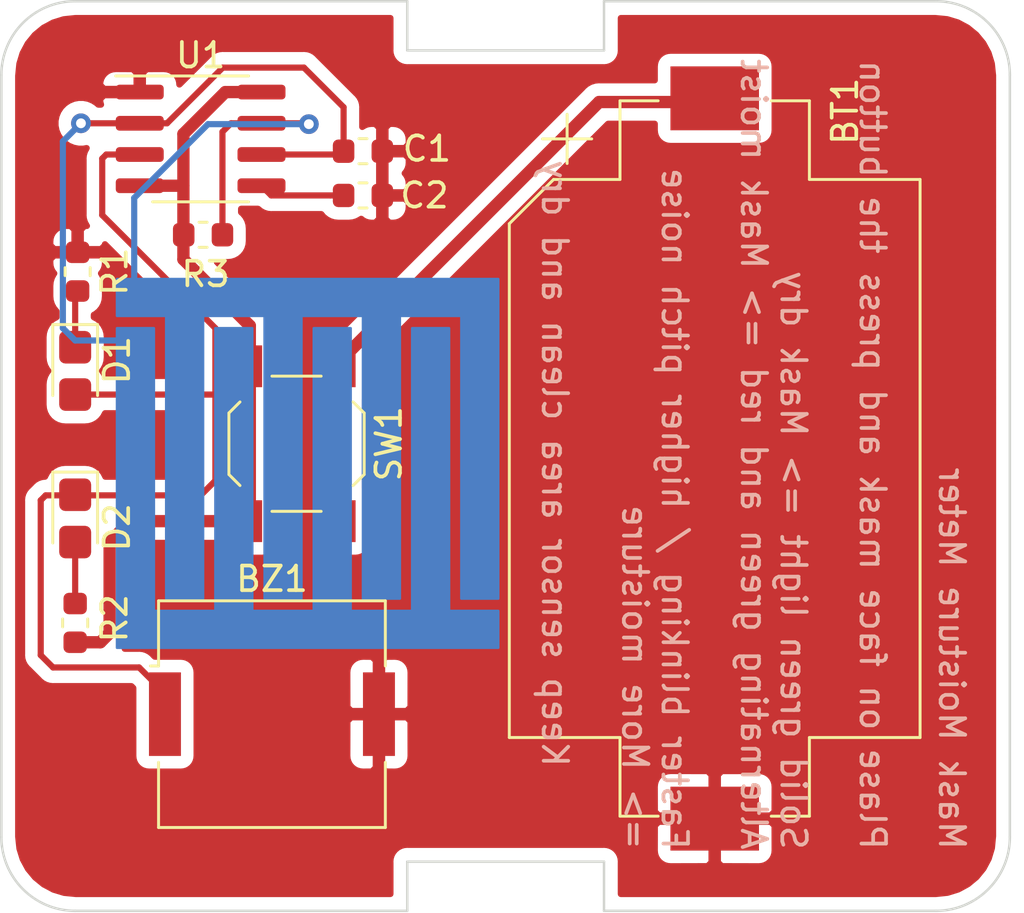
<source format=kicad_pcb>
(kicad_pcb (version 20171130) (host pcbnew "(5.1.8-0-10_14)")

  (general
    (thickness 1)
    (drawings 20)
    (tracks 66)
    (zones 0)
    (modules 12)
    (nets 10)
  )

  (page A4)
  (layers
    (0 F.Cu signal)
    (31 B.Cu signal)
    (32 B.Adhes user)
    (33 F.Adhes user)
    (34 B.Paste user)
    (35 F.Paste user)
    (36 B.SilkS user)
    (37 F.SilkS user)
    (38 B.Mask user)
    (39 F.Mask user)
    (40 Dwgs.User user)
    (41 Cmts.User user)
    (42 Eco1.User user)
    (43 Eco2.User user)
    (44 Edge.Cuts user)
    (45 Margin user)
    (46 B.CrtYd user)
    (47 F.CrtYd user)
    (48 B.Fab user)
    (49 F.Fab user)
  )

  (setup
    (last_trace_width 0.25)
    (trace_clearance 0.2)
    (zone_clearance 0.508)
    (zone_45_only no)
    (trace_min 0.2)
    (via_size 0.8)
    (via_drill 0.4)
    (via_min_size 0.4)
    (via_min_drill 0.3)
    (uvia_size 0.3)
    (uvia_drill 0.1)
    (uvias_allowed no)
    (uvia_min_size 0.2)
    (uvia_min_drill 0.1)
    (edge_width 0.1)
    (segment_width 0.2)
    (pcb_text_width 0.3)
    (pcb_text_size 1.5 1.5)
    (mod_edge_width 0.12)
    (mod_text_size 1 1)
    (mod_text_width 0.15)
    (pad_size 1.524 1.524)
    (pad_drill 0.762)
    (pad_to_mask_clearance 0.051)
    (solder_mask_min_width 0.25)
    (aux_axis_origin 0 0)
    (grid_origin 101 109)
    (visible_elements FFFFFF7F)
    (pcbplotparams
      (layerselection 0x010fc_ffffffff)
      (usegerberextensions false)
      (usegerberattributes false)
      (usegerberadvancedattributes false)
      (creategerberjobfile false)
      (excludeedgelayer true)
      (linewidth 0.100000)
      (plotframeref false)
      (viasonmask false)
      (mode 1)
      (useauxorigin false)
      (hpglpennumber 1)
      (hpglpenspeed 20)
      (hpglpendiameter 15.000000)
      (psnegative false)
      (psa4output false)
      (plotreference true)
      (plotvalue true)
      (plotinvisibletext false)
      (padsonsilk false)
      (subtractmaskfromsilk false)
      (outputformat 1)
      (mirror false)
      (drillshape 0)
      (scaleselection 1)
      (outputdirectory "../fabrication/gerbers/"))
  )

  (net 0 "")
  (net 1 "Net-(BT1-Pad1)")
  (net 2 "Net-(C1-Pad2)")
  (net 3 "Net-(C2-Pad1)")
  (net 4 "Net-(D1-Pad1)")
  (net 5 "Net-(D2-Pad2)")
  (net 6 "Net-(R3-Pad2)")
  (net 7 GND)
  (net 8 VCC)
  (net 9 "Net-(BZ1-Pad1)")

  (net_class Default "This is the default net class."
    (clearance 0.2)
    (trace_width 0.25)
    (via_dia 0.8)
    (via_drill 0.4)
    (uvia_dia 0.3)
    (uvia_drill 0.1)
    (add_net "Net-(BZ1-Pad1)")
    (add_net "Net-(C1-Pad2)")
    (add_net "Net-(C2-Pad1)")
    (add_net "Net-(D1-Pad1)")
    (add_net "Net-(D2-Pad2)")
    (add_net "Net-(R3-Pad2)")
  )

  (net_class " Power" ""
    (clearance 0.2)
    (trace_width 0.5)
    (via_dia 0.8)
    (via_drill 0.4)
    (uvia_dia 0.3)
    (uvia_drill 0.1)
    (add_net GND)
    (add_net "Net-(BT1-Pad1)")
    (add_net VCC)
  )

  (module Battery:BatteryHolder_Keystone_1060_1x2032 (layer F.Cu) (tedit 5B98EF5E) (tstamp 5EC21D8F)
    (at 130 90.6 270)
    (descr http://www.keyelco.com/product-pdf.cfm?p=726)
    (tags "CR2032 BR2032 BatteryHolder Battery")
    (path /5EC1F587)
    (attr smd)
    (fp_text reference BT1 (at -14.125 -5.3 90) (layer F.SilkS)
      (effects (font (size 1 1) (thickness 0.15)))
    )
    (fp_text value Battery_Cell (at 0 -11.75 90) (layer F.Fab)
      (effects (font (size 1 1) (thickness 0.15)))
    )
    (fp_circle (center 0 0) (end -10.2 0) (layer Dwgs.User) (width 0.3))
    (fp_line (start 11 8) (end -9.4 8) (layer F.Fab) (width 0.1))
    (fp_line (start 11 -8) (end -11 -8) (layer F.Fab) (width 0.1))
    (fp_line (start 11 8) (end 11 3.5) (layer F.Fab) (width 0.1))
    (fp_line (start 11 -8) (end 11 -3.5) (layer F.Fab) (width 0.1))
    (fp_line (start -11 -8) (end -11 -3.5) (layer F.Fab) (width 0.1))
    (fp_line (start -11 6.4) (end -11 3.5) (layer F.Fab) (width 0.1))
    (fp_line (start -11 3.5) (end -14.2 3.5) (layer F.Fab) (width 0.1))
    (fp_line (start -14.2 3.5) (end -14.2 -3.5) (layer F.Fab) (width 0.1))
    (fp_line (start -14.2 -3.5) (end -11 -3.5) (layer F.Fab) (width 0.1))
    (fp_line (start 11 3.5) (end 14.2 3.5) (layer F.Fab) (width 0.1))
    (fp_line (start 14.2 3.5) (end 14.2 -3.5) (layer F.Fab) (width 0.1))
    (fp_line (start 14.2 -3.5) (end 11 -3.5) (layer F.Fab) (width 0.1))
    (fp_line (start -9.4 8) (end -11 6.4) (layer F.Fab) (width 0.1))
    (fp_line (start 11.35 3.85) (end 14.55 3.85) (layer F.SilkS) (width 0.12))
    (fp_line (start 14.55 3.85) (end 14.55 2.3) (layer F.SilkS) (width 0.12))
    (fp_line (start 11.35 8.35) (end 11.35 3.85) (layer F.SilkS) (width 0.12))
    (fp_line (start 11.35 8.35) (end -9.55 8.35) (layer F.SilkS) (width 0.12))
    (fp_line (start -11.35 6.55) (end -11.35 3.85) (layer F.SilkS) (width 0.12))
    (fp_line (start -9.55 8.35) (end -11.35 6.55) (layer F.SilkS) (width 0.12))
    (fp_line (start -11.35 3.85) (end -14.55 3.85) (layer F.SilkS) (width 0.12))
    (fp_line (start -14.55 3.85) (end -14.55 2.3) (layer F.SilkS) (width 0.12))
    (fp_line (start -11.35 -3.85) (end -14.55 -3.85) (layer F.SilkS) (width 0.12))
    (fp_line (start -14.55 -3.85) (end -14.55 -2.3) (layer F.SilkS) (width 0.12))
    (fp_line (start 11.35 -3.85) (end 14.55 -3.85) (layer F.SilkS) (width 0.12))
    (fp_line (start 14.55 -3.85) (end 14.55 -2.3) (layer F.SilkS) (width 0.12))
    (fp_line (start -11.35 -8.35) (end 11.35 -8.35) (layer F.SilkS) (width 0.12))
    (fp_line (start -11.35 -8.35) (end -11.35 -3.85) (layer F.SilkS) (width 0.12))
    (fp_line (start 11.35 -8.35) (end 11.35 -3.85) (layer F.SilkS) (width 0.12))
    (fp_line (start 11.5 8.5) (end 6.5 8.5) (layer F.CrtYd) (width 0.05))
    (fp_line (start -6.5 8.5) (end -11.5 8.5) (layer F.CrtYd) (width 0.05))
    (fp_line (start -11.5 4) (end -11.5 8.5) (layer F.CrtYd) (width 0.05))
    (fp_line (start -14.7 4) (end -11.5 4) (layer F.CrtYd) (width 0.05))
    (fp_line (start -14.7 4) (end -14.7 2.3) (layer F.CrtYd) (width 0.05))
    (fp_line (start -14.7 2.3) (end -16.45 2.3) (layer F.CrtYd) (width 0.05))
    (fp_line (start -16.45 2.3) (end -16.45 -2.3) (layer F.CrtYd) (width 0.05))
    (fp_line (start -14.7 -2.3) (end -16.45 -2.3) (layer F.CrtYd) (width 0.05))
    (fp_line (start -14.7 -2.3) (end -14.7 -4) (layer F.CrtYd) (width 0.05))
    (fp_line (start -14.7 -4) (end -11.5 -4) (layer F.CrtYd) (width 0.05))
    (fp_line (start -11.5 -4) (end -11.5 -8.5) (layer F.CrtYd) (width 0.05))
    (fp_line (start -11.5 -8.5) (end -6.5 -8.5) (layer F.CrtYd) (width 0.05))
    (fp_line (start 11.5 -8.5) (end 11.5 -4) (layer F.CrtYd) (width 0.05))
    (fp_line (start 11.5 -4) (end 14.7 -4) (layer F.CrtYd) (width 0.05))
    (fp_line (start 14.7 -4) (end 14.7 -2.3) (layer F.CrtYd) (width 0.05))
    (fp_line (start 14.7 -2.3) (end 16.45 -2.3) (layer F.CrtYd) (width 0.05))
    (fp_line (start 16.45 -2.3) (end 16.45 2.3) (layer F.CrtYd) (width 0.05))
    (fp_line (start 16.45 2.3) (end 14.7 2.3) (layer F.CrtYd) (width 0.05))
    (fp_line (start 14.7 2.3) (end 14.7 4) (layer F.CrtYd) (width 0.05))
    (fp_line (start 14.7 4) (end 11.5 4) (layer F.CrtYd) (width 0.05))
    (fp_line (start 11.5 4) (end 11.5 8.5) (layer F.CrtYd) (width 0.05))
    (fp_line (start 11.5 -8.5) (end 6.5 -8.5) (layer F.CrtYd) (width 0.05))
    (fp_line (start -13 5) (end -13 7) (layer F.SilkS) (width 0.12))
    (fp_line (start -12 6) (end -14 6) (layer F.SilkS) (width 0.12))
    (fp_text user %R (at 0 0 90) (layer F.Fab)
      (effects (font (size 1 1) (thickness 0.15)))
    )
    (fp_arc (start 0 0) (end 6.5 -8.5) (angle -74.81070976) (layer F.CrtYd) (width 0.05))
    (fp_arc (start 0 0) (end -6.5 8.5) (angle -74.81070976) (layer F.CrtYd) (width 0.05))
    (pad 1 smd rect (at -14.65 0 90) (size 2.6 3.6) (layers F.Cu F.Paste F.Mask)
      (net 1 "Net-(BT1-Pad1)"))
    (pad 2 smd rect (at 14.65 0 90) (size 2.6 3.6) (layers F.Cu F.Paste F.Mask)
      (net 7 GND))
    (model ${KISYS3DMOD}/Battery.3dshapes/BatteryHolder_Keystone_1060_1x2032.wrl
      (at (xyz 0 0 0))
      (scale (xyz 1 1 1))
      (rotate (xyz 0 0 0))
    )
  )

  (module maskmeter:PCB_Resistance_Pad (layer B.Cu) (tedit 5EC280D2) (tstamp 5EC24647)
    (at 113.7 89.8)
    (path /5EC253D9)
    (attr virtual)
    (fp_text reference R4 (at 12.5 -9.5) (layer B.SilkS) hide
      (effects (font (size 1 1) (thickness 0.15)) (justify mirror))
    )
    (fp_text value R_PCB (at -0.5 10) (layer B.Fab) hide
      (effects (font (size 1 1) (thickness 0.15)) (justify mirror))
    )
    (fp_poly (pts (xy -9.5 10) (xy 9 10) (xy 9 -8) (xy -9.5 -8)) (layer B.Mask) (width 0.1))
    (fp_poly (pts (xy -8 -5) (xy -6 -5) (xy -6 6.5) (xy -4.5 6.5)
      (xy -4.5 -5) (xy -2 -5) (xy -2 6.5) (xy -0.5 6.5)
      (xy -0.5 -5) (xy 2 -5) (xy 2 6.5) (xy 3.5 6.5)
      (xy 3.5 -5) (xy 6 -5) (xy 6 6.5) (xy 7.5 6.5)
      (xy 7.5 -5) (xy 7.5 -6.5) (xy -8 -6.5)) (layer B.Cu) (width 0.1))
    (fp_poly (pts (xy 7.5 7) (xy 5.5 7) (xy 5.5 -4.5) (xy 4 -4.5)
      (xy 4 7) (xy 1.5 7) (xy 1.5 -4.5) (xy 0 -4.5)
      (xy 0 7) (xy -2.5 7) (xy -2.5 -4.5) (xy -4 -4.5)
      (xy -4 7) (xy -6.5 7) (xy -6.5 -4.5) (xy -8 -4.5)
      (xy -8 7) (xy -8 8.5) (xy 7.5 8.5)) (layer B.Cu) (width 0.1))
    (pad 1 smd rect (at -7.25 -3.75) (size 1.5 1.5) (layers B.Cu B.Mask)
      (net 2 "Net-(C1-Pad2)"))
    (pad 2 smd rect (at -7.25 -5.75) (size 1.5 1.5) (layers B.Cu B.Mask)
      (net 6 "Net-(R3-Pad2)"))
  )

  (module Buzzer_Beeper:Buzzer_Murata_PKMCS0909E4000-R1 (layer F.Cu) (tedit 5A030281) (tstamp 5EC2AA29)
    (at 112 101)
    (descr "Murata Buzzer http://www.murata.com/en-us/api/pdfdownloadapi?cate=&partno=PKMCS0909E4000-R1")
    (tags "Murata Buzzer Beeper")
    (path /5EC677E7)
    (attr smd)
    (fp_text reference BZ1 (at 0 -5.5) (layer F.SilkS)
      (effects (font (size 1 1) (thickness 0.15)))
    )
    (fp_text value Buzzer (at 0 5.5) (layer F.Fab)
      (effects (font (size 1 1) (thickness 0.15)))
    )
    (fp_line (start 5.25 1.95) (end 5.25 -1.95) (layer F.CrtYd) (width 0.05))
    (fp_line (start 4.75 1.95) (end 5.25 1.95) (layer F.CrtYd) (width 0.05))
    (fp_line (start -4.5 -3.5) (end -3.5 -4.5) (layer F.Fab) (width 0.1))
    (fp_line (start -4.61 -1.96) (end -4.94 -1.96) (layer F.SilkS) (width 0.12))
    (fp_line (start -4.61 4.61) (end -4.61 1.96) (layer F.SilkS) (width 0.12))
    (fp_line (start 4.61 4.61) (end -4.61 4.61) (layer F.SilkS) (width 0.12))
    (fp_line (start 4.61 1.96) (end 4.61 4.61) (layer F.SilkS) (width 0.12))
    (fp_line (start 4.61 -4.61) (end 4.61 -1.96) (layer F.SilkS) (width 0.12))
    (fp_line (start -4.61 -4.61) (end 4.61 -4.61) (layer F.SilkS) (width 0.12))
    (fp_line (start -4.61 -1.96) (end -4.61 -4.61) (layer F.SilkS) (width 0.12))
    (fp_line (start 4.75 4.75) (end -4.75 4.75) (layer F.CrtYd) (width 0.05))
    (fp_line (start -4.75 -4.75) (end 4.75 -4.75) (layer F.CrtYd) (width 0.05))
    (fp_line (start 4.5 4.5) (end -4.5 4.5) (layer F.Fab) (width 0.1))
    (fp_line (start 4.5 -4.5) (end 4.5 4.5) (layer F.Fab) (width 0.1))
    (fp_line (start -3.5 -4.5) (end 4.5 -4.5) (layer F.Fab) (width 0.1))
    (fp_line (start 4.75 4.75) (end 4.75 1.95) (layer F.CrtYd) (width 0.05))
    (fp_line (start -4.5 4.5) (end -4.5 -3.5) (layer F.Fab) (width 0.1))
    (fp_line (start 4.75 -1.95) (end 4.75 -4.75) (layer F.CrtYd) (width 0.05))
    (fp_line (start 4.75 -1.95) (end 5.25 -1.95) (layer F.CrtYd) (width 0.05))
    (fp_line (start -4.75 -1.95) (end -4.75 -4.75) (layer F.CrtYd) (width 0.05))
    (fp_line (start -4.75 -1.95) (end -5.25 -1.95) (layer F.CrtYd) (width 0.05))
    (fp_line (start -5.25 1.95) (end -5.25 -1.95) (layer F.CrtYd) (width 0.05))
    (fp_line (start -4.75 1.95) (end -5.25 1.95) (layer F.CrtYd) (width 0.05))
    (fp_line (start -4.75 4.75) (end -4.75 1.95) (layer F.CrtYd) (width 0.05))
    (fp_text user %R (at 0 0.4) (layer F.Fab)
      (effects (font (size 1 1) (thickness 0.15)))
    )
    (pad 2 smd rect (at 4.35 0) (size 1.3 3.4) (layers F.Cu F.Paste F.Mask)
      (net 7 GND))
    (pad 1 smd rect (at -4.35 0) (size 1.3 3.4) (layers F.Cu F.Paste F.Mask)
      (net 9 "Net-(BZ1-Pad1)"))
    (model ${KISYS3DMOD}/Buzzer_Beeper.3dshapes/Buzzer_Murata_PKMCS0909E4000-R1.wrl
      (at (xyz 0 0 0))
      (scale (xyz 1 1 1))
      (rotate (xyz 0 0 0))
    )
  )

  (module Button_Switch_SMD:SW_SPST_TL3342 (layer F.Cu) (tedit 5A02FC95) (tstamp 5EC22FC4)
    (at 113 90 270)
    (descr "Low-profile SMD Tactile Switch, https://www.e-switch.com/system/asset/product_line/data_sheet/165/TL3342.pdf")
    (tags "SPST Tactile Switch")
    (path /5EC238D8)
    (attr smd)
    (fp_text reference SW1 (at 0 -3.75 90) (layer F.SilkS)
      (effects (font (size 1 1) (thickness 0.15)))
    )
    (fp_text value SW_Push (at 0 3.75 90) (layer F.Fab)
      (effects (font (size 1 1) (thickness 0.15)))
    )
    (fp_line (start 3.2 2.1) (end 3.2 1.6) (layer F.Fab) (width 0.1))
    (fp_line (start 3.2 -2.1) (end 3.2 -1.6) (layer F.Fab) (width 0.1))
    (fp_line (start -3.2 2.1) (end -3.2 1.6) (layer F.Fab) (width 0.1))
    (fp_line (start -3.2 -2.1) (end -3.2 -1.6) (layer F.Fab) (width 0.1))
    (fp_line (start 2.7 -2.1) (end 2.7 -1.6) (layer F.Fab) (width 0.1))
    (fp_line (start 1.7 -2.1) (end 3.2 -2.1) (layer F.Fab) (width 0.1))
    (fp_line (start 3.2 -1.6) (end 2.2 -1.6) (layer F.Fab) (width 0.1))
    (fp_line (start -2.7 -2.1) (end -2.7 -1.6) (layer F.Fab) (width 0.1))
    (fp_line (start -1.7 -2.1) (end -3.2 -2.1) (layer F.Fab) (width 0.1))
    (fp_line (start -3.2 -1.6) (end -2.2 -1.6) (layer F.Fab) (width 0.1))
    (fp_line (start -2.7 2.1) (end -2.7 1.6) (layer F.Fab) (width 0.1))
    (fp_line (start -3.2 1.6) (end -2.2 1.6) (layer F.Fab) (width 0.1))
    (fp_line (start -1.7 2.1) (end -3.2 2.1) (layer F.Fab) (width 0.1))
    (fp_line (start 1.7 2.1) (end 3.2 2.1) (layer F.Fab) (width 0.1))
    (fp_line (start 2.7 2.1) (end 2.7 1.6) (layer F.Fab) (width 0.1))
    (fp_line (start 3.2 1.6) (end 2.2 1.6) (layer F.Fab) (width 0.1))
    (fp_line (start -1.7 2.3) (end -1.25 2.75) (layer F.SilkS) (width 0.12))
    (fp_line (start 1.7 2.3) (end 1.25 2.75) (layer F.SilkS) (width 0.12))
    (fp_line (start 1.7 -2.3) (end 1.25 -2.75) (layer F.SilkS) (width 0.12))
    (fp_line (start -1.7 -2.3) (end -1.25 -2.75) (layer F.SilkS) (width 0.12))
    (fp_line (start -2 -1) (end -1 -2) (layer F.Fab) (width 0.1))
    (fp_line (start -1 -2) (end 1 -2) (layer F.Fab) (width 0.1))
    (fp_line (start 1 -2) (end 2 -1) (layer F.Fab) (width 0.1))
    (fp_line (start 2 -1) (end 2 1) (layer F.Fab) (width 0.1))
    (fp_line (start 2 1) (end 1 2) (layer F.Fab) (width 0.1))
    (fp_line (start 1 2) (end -1 2) (layer F.Fab) (width 0.1))
    (fp_line (start -1 2) (end -2 1) (layer F.Fab) (width 0.1))
    (fp_line (start -2 1) (end -2 -1) (layer F.Fab) (width 0.1))
    (fp_line (start 2.75 -1) (end 2.75 1) (layer F.SilkS) (width 0.12))
    (fp_line (start -1.25 2.75) (end 1.25 2.75) (layer F.SilkS) (width 0.12))
    (fp_line (start -2.75 -1) (end -2.75 1) (layer F.SilkS) (width 0.12))
    (fp_line (start -1.25 -2.75) (end 1.25 -2.75) (layer F.SilkS) (width 0.12))
    (fp_line (start -2.6 -1.2) (end -2.6 1.2) (layer F.Fab) (width 0.1))
    (fp_line (start -2.6 1.2) (end -1.2 2.6) (layer F.Fab) (width 0.1))
    (fp_line (start -1.2 2.6) (end 1.2 2.6) (layer F.Fab) (width 0.1))
    (fp_line (start 1.2 2.6) (end 2.6 1.2) (layer F.Fab) (width 0.1))
    (fp_line (start 2.6 1.2) (end 2.6 -1.2) (layer F.Fab) (width 0.1))
    (fp_line (start 2.6 -1.2) (end 1.2 -2.6) (layer F.Fab) (width 0.1))
    (fp_line (start 1.2 -2.6) (end -1.2 -2.6) (layer F.Fab) (width 0.1))
    (fp_line (start -1.2 -2.6) (end -2.6 -1.2) (layer F.Fab) (width 0.1))
    (fp_line (start -4.25 -3) (end 4.25 -3) (layer F.CrtYd) (width 0.05))
    (fp_line (start 4.25 -3) (end 4.25 3) (layer F.CrtYd) (width 0.05))
    (fp_line (start 4.25 3) (end -4.25 3) (layer F.CrtYd) (width 0.05))
    (fp_line (start -4.25 3) (end -4.25 -3) (layer F.CrtYd) (width 0.05))
    (fp_circle (center 0 0) (end 1 0) (layer F.Fab) (width 0.1))
    (fp_text user %R (at 0 -3.75 90) (layer F.Fab)
      (effects (font (size 1 1) (thickness 0.15)))
    )
    (pad 2 smd rect (at 3.15 1.9 270) (size 1.7 1) (layers F.Cu F.Paste F.Mask)
      (net 8 VCC))
    (pad 2 smd rect (at -3.15 1.9 270) (size 1.7 1) (layers F.Cu F.Paste F.Mask)
      (net 8 VCC))
    (pad 1 smd rect (at 3.15 -1.9 270) (size 1.7 1) (layers F.Cu F.Paste F.Mask)
      (net 1 "Net-(BT1-Pad1)"))
    (pad 1 smd rect (at -3.15 -1.9 270) (size 1.7 1) (layers F.Cu F.Paste F.Mask)
      (net 1 "Net-(BT1-Pad1)"))
    (model ${KISYS3DMOD}/Button_Switch_SMD.3dshapes/SW_SPST_TL3342.wrl
      (at (xyz 0 0 0))
      (scale (xyz 1 1 1))
      (rotate (xyz 0 0 0))
    )
  )

  (module Resistor_SMD:R_0603_1608Metric (layer F.Cu) (tedit 5B301BBD) (tstamp 5EC22F8E)
    (at 109.2 81.5)
    (descr "Resistor SMD 0603 (1608 Metric), square (rectangular) end terminal, IPC_7351 nominal, (Body size source: http://www.tortai-tech.com/upload/download/2011102023233369053.pdf), generated with kicad-footprint-generator")
    (tags resistor)
    (path /5EC2560F)
    (attr smd)
    (fp_text reference R3 (at 0.1 1.6) (layer F.SilkS)
      (effects (font (size 1 1) (thickness 0.15)))
    )
    (fp_text value 1k (at -0.1 -1.6) (layer F.Fab)
      (effects (font (size 1 1) (thickness 0.15)))
    )
    (fp_line (start -0.8 0.4) (end -0.8 -0.4) (layer F.Fab) (width 0.1))
    (fp_line (start -0.8 -0.4) (end 0.8 -0.4) (layer F.Fab) (width 0.1))
    (fp_line (start 0.8 -0.4) (end 0.8 0.4) (layer F.Fab) (width 0.1))
    (fp_line (start 0.8 0.4) (end -0.8 0.4) (layer F.Fab) (width 0.1))
    (fp_line (start -0.162779 -0.51) (end 0.162779 -0.51) (layer F.SilkS) (width 0.12))
    (fp_line (start -0.162779 0.51) (end 0.162779 0.51) (layer F.SilkS) (width 0.12))
    (fp_line (start -1.48 0.73) (end -1.48 -0.73) (layer F.CrtYd) (width 0.05))
    (fp_line (start -1.48 -0.73) (end 1.48 -0.73) (layer F.CrtYd) (width 0.05))
    (fp_line (start 1.48 -0.73) (end 1.48 0.73) (layer F.CrtYd) (width 0.05))
    (fp_line (start 1.48 0.73) (end -1.48 0.73) (layer F.CrtYd) (width 0.05))
    (fp_text user %R (at -0.6 0) (layer F.Fab)
      (effects (font (size 0.4 0.4) (thickness 0.06)))
    )
    (pad 2 smd roundrect (at 0.7875 0) (size 0.875 0.95) (layers F.Cu F.Paste F.Mask) (roundrect_rratio 0.25)
      (net 6 "Net-(R3-Pad2)"))
    (pad 1 smd roundrect (at -0.7875 0) (size 0.875 0.95) (layers F.Cu F.Paste F.Mask) (roundrect_rratio 0.25)
      (net 8 VCC))
    (model ${KISYS3DMOD}/Resistor_SMD.3dshapes/R_0603_1608Metric.wrl
      (at (xyz 0 0 0))
      (scale (xyz 1 1 1))
      (rotate (xyz 0 0 0))
    )
  )

  (module Resistor_SMD:R_0603_1608Metric (layer F.Cu) (tedit 5B301BBD) (tstamp 5EC22F7D)
    (at 104 97.2875 90)
    (descr "Resistor SMD 0603 (1608 Metric), square (rectangular) end terminal, IPC_7351 nominal, (Body size source: http://www.tortai-tech.com/upload/download/2011102023233369053.pdf), generated with kicad-footprint-generator")
    (tags resistor)
    (path /5EC24FA1)
    (attr smd)
    (fp_text reference R2 (at 0.1875 1.6 90) (layer F.SilkS)
      (effects (font (size 1 1) (thickness 0.15)))
    )
    (fp_text value R75 (at 0 -1.3 90) (layer F.Fab)
      (effects (font (size 1 1) (thickness 0.15)))
    )
    (fp_line (start 1.48 0.73) (end -1.48 0.73) (layer F.CrtYd) (width 0.05))
    (fp_line (start 1.48 -0.73) (end 1.48 0.73) (layer F.CrtYd) (width 0.05))
    (fp_line (start -1.48 -0.73) (end 1.48 -0.73) (layer F.CrtYd) (width 0.05))
    (fp_line (start -1.48 0.73) (end -1.48 -0.73) (layer F.CrtYd) (width 0.05))
    (fp_line (start -0.162779 0.51) (end 0.162779 0.51) (layer F.SilkS) (width 0.12))
    (fp_line (start -0.162779 -0.51) (end 0.162779 -0.51) (layer F.SilkS) (width 0.12))
    (fp_line (start 0.8 0.4) (end -0.8 0.4) (layer F.Fab) (width 0.1))
    (fp_line (start 0.8 -0.4) (end 0.8 0.4) (layer F.Fab) (width 0.1))
    (fp_line (start -0.8 -0.4) (end 0.8 -0.4) (layer F.Fab) (width 0.1))
    (fp_line (start -0.8 0.4) (end -0.8 -0.4) (layer F.Fab) (width 0.1))
    (fp_text user %R (at 0 0 90) (layer F.Fab)
      (effects (font (size 0.4 0.4) (thickness 0.06)))
    )
    (pad 1 smd roundrect (at -0.7875 0 90) (size 0.875 0.95) (layers F.Cu F.Paste F.Mask) (roundrect_rratio 0.25)
      (net 8 VCC))
    (pad 2 smd roundrect (at 0.7875 0 90) (size 0.875 0.95) (layers F.Cu F.Paste F.Mask) (roundrect_rratio 0.25)
      (net 5 "Net-(D2-Pad2)"))
    (model ${KISYS3DMOD}/Resistor_SMD.3dshapes/R_0603_1608Metric.wrl
      (at (xyz 0 0 0))
      (scale (xyz 1 1 1))
      (rotate (xyz 0 0 0))
    )
  )

  (module Resistor_SMD:R_0603_1608Metric (layer F.Cu) (tedit 5B301BBD) (tstamp 5EC22F6C)
    (at 104.1 83 90)
    (descr "Resistor SMD 0603 (1608 Metric), square (rectangular) end terminal, IPC_7351 nominal, (Body size source: http://www.tortai-tech.com/upload/download/2011102023233369053.pdf), generated with kicad-footprint-generator")
    (tags resistor)
    (path /5EC249EA)
    (attr smd)
    (fp_text reference R1 (at 0 1.5 90) (layer F.SilkS)
      (effects (font (size 1 1) (thickness 0.15)))
    )
    (fp_text value R75 (at 0.1 -1.3 90) (layer F.Fab)
      (effects (font (size 1 1) (thickness 0.15)))
    )
    (fp_line (start -0.8 0.4) (end -0.8 -0.4) (layer F.Fab) (width 0.1))
    (fp_line (start -0.8 -0.4) (end 0.8 -0.4) (layer F.Fab) (width 0.1))
    (fp_line (start 0.8 -0.4) (end 0.8 0.4) (layer F.Fab) (width 0.1))
    (fp_line (start 0.8 0.4) (end -0.8 0.4) (layer F.Fab) (width 0.1))
    (fp_line (start -0.162779 -0.51) (end 0.162779 -0.51) (layer F.SilkS) (width 0.12))
    (fp_line (start -0.162779 0.51) (end 0.162779 0.51) (layer F.SilkS) (width 0.12))
    (fp_line (start -1.48 0.73) (end -1.48 -0.73) (layer F.CrtYd) (width 0.05))
    (fp_line (start -1.48 -0.73) (end 1.48 -0.73) (layer F.CrtYd) (width 0.05))
    (fp_line (start 1.48 -0.73) (end 1.48 0.73) (layer F.CrtYd) (width 0.05))
    (fp_line (start 1.48 0.73) (end -1.48 0.73) (layer F.CrtYd) (width 0.05))
    (fp_text user %R (at 0 0 90) (layer F.Fab)
      (effects (font (size 0.4 0.4) (thickness 0.06)))
    )
    (pad 2 smd roundrect (at 0.7875 0 90) (size 0.875 0.95) (layers F.Cu F.Paste F.Mask) (roundrect_rratio 0.25)
      (net 7 GND))
    (pad 1 smd roundrect (at -0.7875 0 90) (size 0.875 0.95) (layers F.Cu F.Paste F.Mask) (roundrect_rratio 0.25)
      (net 4 "Net-(D1-Pad1)"))
    (model ${KISYS3DMOD}/Resistor_SMD.3dshapes/R_0603_1608Metric.wrl
      (at (xyz 0 0 0))
      (scale (xyz 1 1 1))
      (rotate (xyz 0 0 0))
    )
  )

  (module LED_SMD:LED_0805_2012Metric_Castellated (layer F.Cu) (tedit 5B36C52C) (tstamp 5EC22F5B)
    (at 104 93.0375 270)
    (descr "LED SMD 0805 (2012 Metric), castellated end terminal, IPC_7351 nominal, (Body size source: https://docs.google.com/spreadsheets/d/1BsfQQcO9C6DZCsRaXUlFlo91Tg2WpOkGARC1WS5S8t0/edit?usp=sharing), generated with kicad-footprint-generator")
    (tags "LED castellated")
    (path /5EC27549)
    (attr smd)
    (fp_text reference D2 (at 0.3625 -1.7 90) (layer F.SilkS)
      (effects (font (size 1 1) (thickness 0.15)))
    )
    (fp_text value RED (at 0 1.6 90) (layer F.Fab)
      (effects (font (size 1 1) (thickness 0.15)))
    )
    (fp_line (start 1 -0.6) (end -0.7 -0.6) (layer F.Fab) (width 0.1))
    (fp_line (start -0.7 -0.6) (end -1 -0.3) (layer F.Fab) (width 0.1))
    (fp_line (start -1 -0.3) (end -1 0.6) (layer F.Fab) (width 0.1))
    (fp_line (start -1 0.6) (end 1 0.6) (layer F.Fab) (width 0.1))
    (fp_line (start 1 0.6) (end 1 -0.6) (layer F.Fab) (width 0.1))
    (fp_line (start 1 -0.91) (end -1.885 -0.91) (layer F.SilkS) (width 0.12))
    (fp_line (start -1.885 -0.91) (end -1.885 0.91) (layer F.SilkS) (width 0.12))
    (fp_line (start -1.885 0.91) (end 1 0.91) (layer F.SilkS) (width 0.12))
    (fp_line (start -1.88 0.9) (end -1.88 -0.9) (layer F.CrtYd) (width 0.05))
    (fp_line (start -1.88 -0.9) (end 1.88 -0.9) (layer F.CrtYd) (width 0.05))
    (fp_line (start 1.88 -0.9) (end 1.88 0.9) (layer F.CrtYd) (width 0.05))
    (fp_line (start 1.88 0.9) (end -1.88 0.9) (layer F.CrtYd) (width 0.05))
    (fp_text user %R (at 0 0 90) (layer F.Fab)
      (effects (font (size 0.5 0.5) (thickness 0.08)))
    )
    (pad 2 smd roundrect (at 0.9625 0 270) (size 1.325 1.3) (layers F.Cu F.Paste F.Mask) (roundrect_rratio 0.192308)
      (net 5 "Net-(D2-Pad2)"))
    (pad 1 smd roundrect (at -0.9625 0 270) (size 1.325 1.3) (layers F.Cu F.Paste F.Mask) (roundrect_rratio 0.192308)
      (net 9 "Net-(BZ1-Pad1)"))
    (model ${KISYS3DMOD}/LED_SMD.3dshapes/LED_0805_2012Metric_Castellated.wrl
      (at (xyz 0 0 0))
      (scale (xyz 1 1 1))
      (rotate (xyz 0 0 0))
    )
  )

  (module LED_SMD:LED_0805_2012Metric_Castellated (layer F.Cu) (tedit 5B36C52C) (tstamp 5EC22F48)
    (at 104 87.0375 270)
    (descr "LED SMD 0805 (2012 Metric), castellated end terminal, IPC_7351 nominal, (Body size source: https://docs.google.com/spreadsheets/d/1BsfQQcO9C6DZCsRaXUlFlo91Tg2WpOkGARC1WS5S8t0/edit?usp=sharing), generated with kicad-footprint-generator")
    (tags "LED castellated")
    (path /5EC2690A)
    (attr smd)
    (fp_text reference D1 (at -0.4375 -1.7 90) (layer F.SilkS)
      (effects (font (size 1 1) (thickness 0.15)))
    )
    (fp_text value YELLOW (at 0 1.6 90) (layer F.Fab)
      (effects (font (size 1 1) (thickness 0.15)))
    )
    (fp_line (start 1 -0.6) (end -0.7 -0.6) (layer F.Fab) (width 0.1))
    (fp_line (start -0.7 -0.6) (end -1 -0.3) (layer F.Fab) (width 0.1))
    (fp_line (start -1 -0.3) (end -1 0.6) (layer F.Fab) (width 0.1))
    (fp_line (start -1 0.6) (end 1 0.6) (layer F.Fab) (width 0.1))
    (fp_line (start 1 0.6) (end 1 -0.6) (layer F.Fab) (width 0.1))
    (fp_line (start 1 -0.91) (end -1.885 -0.91) (layer F.SilkS) (width 0.12))
    (fp_line (start -1.885 -0.91) (end -1.885 0.91) (layer F.SilkS) (width 0.12))
    (fp_line (start -1.885 0.91) (end 1 0.91) (layer F.SilkS) (width 0.12))
    (fp_line (start -1.88 0.9) (end -1.88 -0.9) (layer F.CrtYd) (width 0.05))
    (fp_line (start -1.88 -0.9) (end 1.88 -0.9) (layer F.CrtYd) (width 0.05))
    (fp_line (start 1.88 -0.9) (end 1.88 0.9) (layer F.CrtYd) (width 0.05))
    (fp_line (start 1.88 0.9) (end -1.88 0.9) (layer F.CrtYd) (width 0.05))
    (fp_text user %R (at 0 0 90) (layer F.Fab)
      (effects (font (size 0.5 0.5) (thickness 0.08)))
    )
    (pad 2 smd roundrect (at 0.9625 0 270) (size 1.325 1.3) (layers F.Cu F.Paste F.Mask) (roundrect_rratio 0.192308)
      (net 9 "Net-(BZ1-Pad1)"))
    (pad 1 smd roundrect (at -0.9625 0 270) (size 1.325 1.3) (layers F.Cu F.Paste F.Mask) (roundrect_rratio 0.192308)
      (net 4 "Net-(D1-Pad1)"))
    (model ${KISYS3DMOD}/LED_SMD.3dshapes/LED_0805_2012Metric_Castellated.wrl
      (at (xyz 0 0 0))
      (scale (xyz 1 1 1))
      (rotate (xyz 0 0 0))
    )
  )

  (module Capacitor_SMD:C_0603_1608Metric (layer F.Cu) (tedit 5B301BBE) (tstamp 5EC22F35)
    (at 115.7 79.9)
    (descr "Capacitor SMD 0603 (1608 Metric), square (rectangular) end terminal, IPC_7351 nominal, (Body size source: http://www.tortai-tech.com/upload/download/2011102023233369053.pdf), generated with kicad-footprint-generator")
    (tags capacitor)
    (path /5EC25BCC)
    (attr smd)
    (fp_text reference C2 (at 2.5 0) (layer F.SilkS)
      (effects (font (size 1 1) (thickness 0.15)))
    )
    (fp_text value 0.1uF (at 0 1.43) (layer F.Fab)
      (effects (font (size 1 1) (thickness 0.15)))
    )
    (fp_line (start -0.8 0.4) (end -0.8 -0.4) (layer F.Fab) (width 0.1))
    (fp_line (start -0.8 -0.4) (end 0.8 -0.4) (layer F.Fab) (width 0.1))
    (fp_line (start 0.8 -0.4) (end 0.8 0.4) (layer F.Fab) (width 0.1))
    (fp_line (start 0.8 0.4) (end -0.8 0.4) (layer F.Fab) (width 0.1))
    (fp_line (start -0.162779 -0.51) (end 0.162779 -0.51) (layer F.SilkS) (width 0.12))
    (fp_line (start -0.162779 0.51) (end 0.162779 0.51) (layer F.SilkS) (width 0.12))
    (fp_line (start -1.48 0.73) (end -1.48 -0.73) (layer F.CrtYd) (width 0.05))
    (fp_line (start -1.48 -0.73) (end 1.48 -0.73) (layer F.CrtYd) (width 0.05))
    (fp_line (start 1.48 -0.73) (end 1.48 0.73) (layer F.CrtYd) (width 0.05))
    (fp_line (start 1.48 0.73) (end -1.48 0.73) (layer F.CrtYd) (width 0.05))
    (fp_text user %R (at 0 0) (layer F.Fab)
      (effects (font (size 0.4 0.4) (thickness 0.06)))
    )
    (pad 2 smd roundrect (at 0.7875 0) (size 0.875 0.95) (layers F.Cu F.Paste F.Mask) (roundrect_rratio 0.25)
      (net 7 GND))
    (pad 1 smd roundrect (at -0.7875 0) (size 0.875 0.95) (layers F.Cu F.Paste F.Mask) (roundrect_rratio 0.25)
      (net 3 "Net-(C2-Pad1)"))
    (model ${KISYS3DMOD}/Capacitor_SMD.3dshapes/C_0603_1608Metric.wrl
      (at (xyz 0 0 0))
      (scale (xyz 1 1 1))
      (rotate (xyz 0 0 0))
    )
  )

  (module Capacitor_SMD:C_0603_1608Metric (layer F.Cu) (tedit 5B301BBE) (tstamp 5EC22F24)
    (at 115.7 78.1 180)
    (descr "Capacitor SMD 0603 (1608 Metric), square (rectangular) end terminal, IPC_7351 nominal, (Body size source: http://www.tortai-tech.com/upload/download/2011102023233369053.pdf), generated with kicad-footprint-generator")
    (tags capacitor)
    (path /5EC2274E)
    (attr smd)
    (fp_text reference C1 (at -2.6 0.1) (layer F.SilkS)
      (effects (font (size 1 1) (thickness 0.15)))
    )
    (fp_text value 0.1uF (at 0 1.43) (layer F.Fab)
      (effects (font (size 1 1) (thickness 0.15)))
    )
    (fp_line (start -0.8 0.4) (end -0.8 -0.4) (layer F.Fab) (width 0.1))
    (fp_line (start -0.8 -0.4) (end 0.8 -0.4) (layer F.Fab) (width 0.1))
    (fp_line (start 0.8 -0.4) (end 0.8 0.4) (layer F.Fab) (width 0.1))
    (fp_line (start 0.8 0.4) (end -0.8 0.4) (layer F.Fab) (width 0.1))
    (fp_line (start -0.162779 -0.51) (end 0.162779 -0.51) (layer F.SilkS) (width 0.12))
    (fp_line (start -0.162779 0.51) (end 0.162779 0.51) (layer F.SilkS) (width 0.12))
    (fp_line (start -1.48 0.73) (end -1.48 -0.73) (layer F.CrtYd) (width 0.05))
    (fp_line (start -1.48 -0.73) (end 1.48 -0.73) (layer F.CrtYd) (width 0.05))
    (fp_line (start 1.48 -0.73) (end 1.48 0.73) (layer F.CrtYd) (width 0.05))
    (fp_line (start 1.48 0.73) (end -1.48 0.73) (layer F.CrtYd) (width 0.05))
    (fp_text user %R (at 0 0) (layer F.Fab)
      (effects (font (size 0.4 0.4) (thickness 0.06)))
    )
    (pad 2 smd roundrect (at 0.7875 0 180) (size 0.875 0.95) (layers F.Cu F.Paste F.Mask) (roundrect_rratio 0.25)
      (net 2 "Net-(C1-Pad2)"))
    (pad 1 smd roundrect (at -0.7875 0 180) (size 0.875 0.95) (layers F.Cu F.Paste F.Mask) (roundrect_rratio 0.25)
      (net 7 GND))
    (model ${KISYS3DMOD}/Capacitor_SMD.3dshapes/C_0603_1608Metric.wrl
      (at (xyz 0 0 0))
      (scale (xyz 1 1 1))
      (rotate (xyz 0 0 0))
    )
  )

  (module Package_SO:SOIC-8_3.9x4.9mm_P1.27mm (layer F.Cu) (tedit 5C97300E) (tstamp 5EC21DA9)
    (at 109.1 77.6)
    (descr "SOIC, 8 Pin (JEDEC MS-012AA, https://www.analog.com/media/en/package-pcb-resources/package/pkg_pdf/soic_narrow-r/r_8.pdf), generated with kicad-footprint-generator ipc_gullwing_generator.py")
    (tags "SOIC SO")
    (path /5EBFED7A)
    (attr smd)
    (fp_text reference U1 (at 0 -3.4) (layer F.SilkS)
      (effects (font (size 1 1) (thickness 0.15)))
    )
    (fp_text value TLC555IDR (at -5.1 -0.6 90) (layer F.Fab)
      (effects (font (size 1 1) (thickness 0.15)))
    )
    (fp_line (start 0 2.56) (end 1.95 2.56) (layer F.SilkS) (width 0.12))
    (fp_line (start 0 2.56) (end -1.95 2.56) (layer F.SilkS) (width 0.12))
    (fp_line (start 0 -2.56) (end 1.95 -2.56) (layer F.SilkS) (width 0.12))
    (fp_line (start 0 -2.56) (end -3.45 -2.56) (layer F.SilkS) (width 0.12))
    (fp_line (start -0.975 -2.45) (end 1.95 -2.45) (layer F.Fab) (width 0.1))
    (fp_line (start 1.95 -2.45) (end 1.95 2.45) (layer F.Fab) (width 0.1))
    (fp_line (start 1.95 2.45) (end -1.95 2.45) (layer F.Fab) (width 0.1))
    (fp_line (start -1.95 2.45) (end -1.95 -1.475) (layer F.Fab) (width 0.1))
    (fp_line (start -1.95 -1.475) (end -0.975 -2.45) (layer F.Fab) (width 0.1))
    (fp_line (start -3.7 -2.7) (end -3.7 2.7) (layer F.CrtYd) (width 0.05))
    (fp_line (start -3.7 2.7) (end 3.7 2.7) (layer F.CrtYd) (width 0.05))
    (fp_line (start 3.7 2.7) (end 3.7 -2.7) (layer F.CrtYd) (width 0.05))
    (fp_line (start 3.7 -2.7) (end -3.7 -2.7) (layer F.CrtYd) (width 0.05))
    (pad 8 smd roundrect (at 2.475 -1.905) (size 1.95 0.6) (layers F.Cu F.Paste F.Mask) (roundrect_rratio 0.25)
      (net 8 VCC))
    (pad 7 smd roundrect (at 2.475 -0.635) (size 1.95 0.6) (layers F.Cu F.Paste F.Mask) (roundrect_rratio 0.25)
      (net 6 "Net-(R3-Pad2)"))
    (pad 6 smd roundrect (at 2.475 0.635) (size 1.95 0.6) (layers F.Cu F.Paste F.Mask) (roundrect_rratio 0.25)
      (net 2 "Net-(C1-Pad2)"))
    (pad 5 smd roundrect (at 2.475 1.905) (size 1.95 0.6) (layers F.Cu F.Paste F.Mask) (roundrect_rratio 0.25)
      (net 3 "Net-(C2-Pad1)"))
    (pad 4 smd roundrect (at -2.475 1.905) (size 1.95 0.6) (layers F.Cu F.Paste F.Mask) (roundrect_rratio 0.25)
      (net 8 VCC))
    (pad 3 smd roundrect (at -2.475 0.635) (size 1.95 0.6) (layers F.Cu F.Paste F.Mask) (roundrect_rratio 0.25)
      (net 9 "Net-(BZ1-Pad1)"))
    (pad 2 smd roundrect (at -2.475 -0.635) (size 1.95 0.6) (layers F.Cu F.Paste F.Mask) (roundrect_rratio 0.25)
      (net 2 "Net-(C1-Pad2)"))
    (pad 1 smd roundrect (at -2.475 -1.905) (size 1.95 0.6) (layers F.Cu F.Paste F.Mask) (roundrect_rratio 0.25)
      (net 7 GND))
    (model ${KISYS3DMOD}/Package_SO.3dshapes/SOIC-8_3.9x4.9mm_P1.27mm.wrl
      (at (xyz 0 0 0))
      (scale (xyz 1 1 1))
      (rotate (xyz 0 0 0))
    )
  )

  (gr_text "Keep sensor area clean and dry" (at 123.5 90.8 270) (layer B.SilkS)
    (effects (font (size 1 1) (thickness 0.15)) (justify mirror))
  )
  (gr_text "Mask Moisture Meter\n\nPlase on face mask and press the button\n\nSolid green light => Mask dry\nAlternating green and red => Mask moist\n\nFaster blinking / higher pitch noise \n=> More moisture" (at 133.2 106.6 270) (layer B.SilkS)
    (effects (font (size 1 1) (thickness 0.15)) (justify left mirror))
  )
  (gr_text "RickP\n2020" (at 140 106) (layer F.Mask)
    (effects (font (size 1 1) (thickness 0.15)) (justify right))
  )
  (gr_text "Mask\nMoisture\nMeter 1.0" (at 104.2 107 90) (layer F.Mask)
    (effects (font (size 1 1) (thickness 0.15)) (justify left))
  )
  (gr_line (start 125.5 109) (end 139 109) (layer Edge.Cuts) (width 0.1) (tstamp 5EC2AE8E))
  (gr_line (start 125.5 107) (end 125.5 109) (layer Edge.Cuts) (width 0.1))
  (gr_line (start 117.5 107) (end 125.5 107) (layer Edge.Cuts) (width 0.1))
  (gr_line (start 117.5 109) (end 117.5 107) (layer Edge.Cuts) (width 0.1))
  (gr_line (start 104 109) (end 117.5 109) (layer Edge.Cuts) (width 0.1))
  (gr_line (start 125.5 72) (end 139 72) (layer Edge.Cuts) (width 0.1) (tstamp 5EC2AE81))
  (gr_line (start 125.5 74) (end 125.5 72) (layer Edge.Cuts) (width 0.1))
  (gr_line (start 117.5 74) (end 125.5 74) (layer Edge.Cuts) (width 0.1))
  (gr_line (start 117.5 72) (end 117.5 74) (layer Edge.Cuts) (width 0.1))
  (gr_line (start 104 72) (end 117.5 72) (layer Edge.Cuts) (width 0.1))
  (gr_arc (start 104 75) (end 104 72) (angle -90) (layer Edge.Cuts) (width 0.1))
  (gr_arc (start 104 106) (end 101 106) (angle -90) (layer Edge.Cuts) (width 0.1))
  (gr_arc (start 139 106) (end 139 109) (angle -90) (layer Edge.Cuts) (width 0.1))
  (gr_arc (start 139 75) (end 142 75) (angle -90) (layer Edge.Cuts) (width 0.1))
  (gr_line (start 142 106) (end 142 75) (layer Edge.Cuts) (width 0.1) (tstamp 5EC21E67))
  (gr_line (start 101 75) (end 101 106) (layer Edge.Cuts) (width 0.1))

  (segment (start 114.9 93.15) (end 114.9 86.85) (width 0.5) (layer F.Cu) (net 1))
  (segment (start 114.9 86.5) (end 114.9 86.85) (width 0.5) (layer F.Cu) (net 1))
  (segment (start 125.3 76.1) (end 114.9 86.5) (width 0.5) (layer F.Cu) (net 1))
  (segment (start 129.85 76.1) (end 125.3 76.1) (width 0.5) (layer F.Cu) (net 1))
  (segment (start 130 75.95) (end 129.85 76.1) (width 0.5) (layer F.Cu) (net 1))
  (segment (start 110 74.7) (end 107.735 76.965) (width 0.25) (layer F.Cu) (net 2))
  (segment (start 114.9125 78.1) (end 114.9125 76.3125) (width 0.25) (layer F.Cu) (net 2))
  (segment (start 113.3 74.7) (end 110 74.7) (width 0.25) (layer F.Cu) (net 2))
  (segment (start 114.9125 76.3125) (end 113.3 74.7) (width 0.25) (layer F.Cu) (net 2))
  (segment (start 107.735 76.965) (end 106.625 76.965) (width 0.25) (layer F.Cu) (net 2))
  (segment (start 111.575 78.235) (end 114.7775 78.235) (width 0.25) (layer F.Cu) (net 2))
  (segment (start 114.7775 78.235) (end 114.9125 78.1) (width 0.25) (layer F.Cu) (net 2))
  (segment (start 106.625 76.965) (end 104.235 76.965) (width 0.25) (layer F.Cu) (net 2))
  (via (at 104.235 76.965) (size 0.8) (drill 0.4) (layers F.Cu B.Cu) (net 2))
  (segment (start 103.5 77.7) (end 104.235 76.965) (width 0.25) (layer B.Cu) (net 2))
  (segment (start 103.5 85.3) (end 103.5 77.7) (width 0.25) (layer B.Cu) (net 2))
  (segment (start 104 85.8) (end 103.5 85.3) (width 0.25) (layer B.Cu) (net 2))
  (segment (start 106.45 85.8) (end 104 85.8) (width 0.25) (layer B.Cu) (net 2))
  (segment (start 114.375 79.9) (end 114.9125 79.9) (width 0.25) (layer F.Cu) (net 3))
  (segment (start 111.97 79.9) (end 114.375 79.9) (width 0.25) (layer F.Cu) (net 3))
  (segment (start 111.575 79.505) (end 111.97 79.9) (width 0.25) (layer F.Cu) (net 3))
  (segment (start 104 83.8875) (end 104.1 83.7875) (width 0.25) (layer F.Cu) (net 4))
  (segment (start 104 86.075) (end 104 83.8875) (width 0.25) (layer F.Cu) (net 4))
  (segment (start 104 96.5) (end 104 94) (width 0.25) (layer F.Cu) (net 5))
  (segment (start 110.335 76.965) (end 111.575 76.965) (width 0.25) (layer F.Cu) (net 6))
  (segment (start 109.9875 77.3125) (end 110.335 76.965) (width 0.25) (layer F.Cu) (net 6))
  (segment (start 109.9875 81.5) (end 109.9875 77.3125) (width 0.25) (layer F.Cu) (net 6))
  (via (at 113.5 77) (size 0.8) (drill 0.4) (layers F.Cu B.Cu) (net 6))
  (segment (start 113.465 76.965) (end 113.5 77) (width 0.25) (layer F.Cu) (net 6))
  (segment (start 111.575 76.965) (end 113.465 76.965) (width 0.25) (layer F.Cu) (net 6))
  (segment (start 109.4 77) (end 113.5 77) (width 0.25) (layer B.Cu) (net 6))
  (segment (start 106.4 80) (end 109.4 77) (width 0.25) (layer B.Cu) (net 6))
  (segment (start 106.4 83.8) (end 106.4 80) (width 0.25) (layer B.Cu) (net 6))
  (segment (start 111.1 93.15) (end 111.1 86.85) (width 0.5) (layer F.Cu) (net 8))
  (segment (start 108.4 77.4) (end 110.105 75.695) (width 0.5) (layer F.Cu) (net 8))
  (segment (start 110.105 75.695) (end 111.575 75.695) (width 0.5) (layer F.Cu) (net 8))
  (segment (start 111.1 85.2) (end 108.4 82.5) (width 0.5) (layer F.Cu) (net 8))
  (segment (start 111.1 86.85) (end 111.1 85.2) (width 0.5) (layer F.Cu) (net 8))
  (segment (start 108.4 79.5) (end 108.395 79.505) (width 0.5) (layer F.Cu) (net 8))
  (segment (start 108.395 79.505) (end 106.625 79.505) (width 0.5) (layer F.Cu) (net 8))
  (segment (start 108.4 82.5) (end 108.4 79.5) (width 0.5) (layer F.Cu) (net 8))
  (segment (start 108.4 79.5) (end 108.4 77.4) (width 0.5) (layer F.Cu) (net 8))
  (segment (start 111.1 93.15) (end 107.85 93.15) (width 0.5) (layer F.Cu) (net 8))
  (segment (start 104 98.075) (end 105.025 98.075) (width 0.5) (layer F.Cu) (net 8))
  (segment (start 105.025 98.075) (end 105.4 97.7) (width 0.5) (layer F.Cu) (net 8))
  (segment (start 105.4 97.7) (end 105.4 94) (width 0.5) (layer F.Cu) (net 8))
  (segment (start 106.25 93.15) (end 107.85 93.15) (width 0.5) (layer F.Cu) (net 8))
  (segment (start 105.4 94) (end 106.25 93.15) (width 0.5) (layer F.Cu) (net 8))
  (segment (start 109.7 88) (end 104 88) (width 0.25) (layer F.Cu) (net 9))
  (segment (start 109.7 91.5) (end 109.7 88) (width 0.25) (layer F.Cu) (net 9))
  (segment (start 109.1 92.1) (end 109.7 91.5) (width 0.25) (layer F.Cu) (net 9))
  (segment (start 104.025 92.1) (end 109.1 92.1) (width 0.25) (layer F.Cu) (net 9))
  (segment (start 104 92.075) (end 104.025 92.1) (width 0.25) (layer F.Cu) (net 9))
  (segment (start 105.1 78.4) (end 105.1 80.7) (width 0.25) (layer F.Cu) (net 9))
  (segment (start 105.265 78.235) (end 105.1 78.4) (width 0.25) (layer F.Cu) (net 9))
  (segment (start 109.7 85.3) (end 109.7 88) (width 0.25) (layer F.Cu) (net 9))
  (segment (start 105.1 80.7) (end 109.7 85.3) (width 0.25) (layer F.Cu) (net 9))
  (segment (start 106.625 78.235) (end 105.265 78.235) (width 0.25) (layer F.Cu) (net 9))
  (segment (start 107.65 100.15) (end 107.65 101) (width 0.25) (layer F.Cu) (net 9))
  (segment (start 106.6 99.1) (end 107.65 100.15) (width 0.25) (layer F.Cu) (net 9))
  (segment (start 103.1 99.1) (end 106.6 99.1) (width 0.25) (layer F.Cu) (net 9))
  (segment (start 102.6 98.6) (end 103.1 99.1) (width 0.25) (layer F.Cu) (net 9))
  (segment (start 104 92.075) (end 103.975 92.1) (width 0.25) (layer F.Cu) (net 9))
  (segment (start 102.6 92.3) (end 102.6 98.6) (width 0.25) (layer F.Cu) (net 9))
  (segment (start 102.8 92.1) (end 102.6 92.3) (width 0.25) (layer F.Cu) (net 9))
  (segment (start 103.975 92.1) (end 102.8 92.1) (width 0.25) (layer F.Cu) (net 9))

  (zone (net 7) (net_name GND) (layer F.Cu) (tstamp 5ED41C35) (hatch edge 0.508)
    (connect_pads (clearance 0.508))
    (min_thickness 0.254)
    (fill yes (arc_segments 32) (thermal_gap 0.508) (thermal_bridge_width 0.508))
    (polygon
      (pts
        (xy 101.05625 71.975) (xy 142.05625 72.1625) (xy 141.94375 109.09375) (xy 100.94375 108.90625)
      )
    )
    (filled_polygon
      (pts
        (xy 116.815001 73.966343) (xy 116.811686 74) (xy 116.824912 74.134283) (xy 116.864081 74.263406) (xy 116.927688 74.382407)
        (xy 117.013289 74.486711) (xy 117.117593 74.572312) (xy 117.236594 74.635919) (xy 117.365717 74.675088) (xy 117.466353 74.685)
        (xy 117.5 74.688314) (xy 117.533647 74.685) (xy 125.466353 74.685) (xy 125.5 74.688314) (xy 125.533647 74.685)
        (xy 125.634283 74.675088) (xy 125.763406 74.635919) (xy 125.882407 74.572312) (xy 125.986711 74.486711) (xy 126.072312 74.382407)
        (xy 126.135919 74.263406) (xy 126.175088 74.134283) (xy 126.188314 74) (xy 126.185 73.966353) (xy 126.185 72.685)
        (xy 138.966495 72.685) (xy 139.449016 72.732312) (xy 139.88093 72.862714) (xy 140.279285 73.074524) (xy 140.628914 73.359675)
        (xy 140.916497 73.707303) (xy 141.131086 74.104177) (xy 141.264498 74.535161) (xy 141.315001 75.015663) (xy 141.315 105.966495)
        (xy 141.267688 106.449016) (xy 141.137287 106.880927) (xy 140.92548 107.27928) (xy 140.640325 107.628914) (xy 140.292697 107.916497)
        (xy 139.895825 108.131085) (xy 139.464834 108.2645) (xy 138.984346 108.315) (xy 126.185 108.315) (xy 126.185 107.033647)
        (xy 126.188314 107) (xy 126.175088 106.865717) (xy 126.135919 106.736594) (xy 126.072312 106.617593) (xy 126.01684 106.55)
        (xy 127.561928 106.55) (xy 127.574188 106.674482) (xy 127.610498 106.79418) (xy 127.669463 106.904494) (xy 127.748815 107.001185)
        (xy 127.845506 107.080537) (xy 127.95582 107.139502) (xy 128.075518 107.175812) (xy 128.2 107.188072) (xy 129.71425 107.185)
        (xy 129.873 107.02625) (xy 129.873 105.377) (xy 130.127 105.377) (xy 130.127 107.02625) (xy 130.28575 107.185)
        (xy 131.8 107.188072) (xy 131.924482 107.175812) (xy 132.04418 107.139502) (xy 132.154494 107.080537) (xy 132.251185 107.001185)
        (xy 132.330537 106.904494) (xy 132.389502 106.79418) (xy 132.425812 106.674482) (xy 132.438072 106.55) (xy 132.435 105.53575)
        (xy 132.27625 105.377) (xy 130.127 105.377) (xy 129.873 105.377) (xy 127.72375 105.377) (xy 127.565 105.53575)
        (xy 127.561928 106.55) (xy 126.01684 106.55) (xy 125.986711 106.513289) (xy 125.882407 106.427688) (xy 125.763406 106.364081)
        (xy 125.634283 106.324912) (xy 125.533647 106.315) (xy 125.5 106.311686) (xy 125.466353 106.315) (xy 117.533647 106.315)
        (xy 117.5 106.311686) (xy 117.466353 106.315) (xy 117.365717 106.324912) (xy 117.236594 106.364081) (xy 117.117593 106.427688)
        (xy 117.013289 106.513289) (xy 116.927688 106.617593) (xy 116.864081 106.736594) (xy 116.824912 106.865717) (xy 116.811686 107)
        (xy 116.815001 107.033657) (xy 116.815 108.315) (xy 104.033504 108.315) (xy 103.550984 108.267688) (xy 103.119073 108.137287)
        (xy 102.72072 107.92548) (xy 102.371086 107.640325) (xy 102.083503 107.292697) (xy 101.868915 106.895825) (xy 101.7355 106.464834)
        (xy 101.685 105.984346) (xy 101.685 103.95) (xy 127.561928 103.95) (xy 127.565 104.96425) (xy 127.72375 105.123)
        (xy 129.873 105.123) (xy 129.873 103.47375) (xy 130.127 103.47375) (xy 130.127 105.123) (xy 132.27625 105.123)
        (xy 132.435 104.96425) (xy 132.438072 103.95) (xy 132.425812 103.825518) (xy 132.389502 103.70582) (xy 132.330537 103.595506)
        (xy 132.251185 103.498815) (xy 132.154494 103.419463) (xy 132.04418 103.360498) (xy 131.924482 103.324188) (xy 131.8 103.311928)
        (xy 130.28575 103.315) (xy 130.127 103.47375) (xy 129.873 103.47375) (xy 129.71425 103.315) (xy 128.2 103.311928)
        (xy 128.075518 103.324188) (xy 127.95582 103.360498) (xy 127.845506 103.419463) (xy 127.748815 103.498815) (xy 127.669463 103.595506)
        (xy 127.610498 103.70582) (xy 127.574188 103.825518) (xy 127.561928 103.95) (xy 101.685 103.95) (xy 101.685 92.3)
        (xy 101.836324 92.3) (xy 101.84 92.337323) (xy 101.840001 98.562668) (xy 101.836324 98.6) (xy 101.850998 98.748985)
        (xy 101.894454 98.892246) (xy 101.965026 99.024276) (xy 101.990914 99.05582) (xy 102.06 99.140001) (xy 102.088998 99.163799)
        (xy 102.536196 99.610997) (xy 102.559999 99.640001) (xy 102.675724 99.734974) (xy 102.807753 99.805546) (xy 102.951014 99.849003)
        (xy 103.062667 99.86) (xy 103.062675 99.86) (xy 103.1 99.863676) (xy 103.137325 99.86) (xy 106.285199 99.86)
        (xy 106.361928 99.936729) (xy 106.361928 102.7) (xy 106.374188 102.824482) (xy 106.410498 102.94418) (xy 106.469463 103.054494)
        (xy 106.548815 103.151185) (xy 106.645506 103.230537) (xy 106.75582 103.289502) (xy 106.875518 103.325812) (xy 107 103.338072)
        (xy 108.3 103.338072) (xy 108.424482 103.325812) (xy 108.54418 103.289502) (xy 108.654494 103.230537) (xy 108.751185 103.151185)
        (xy 108.830537 103.054494) (xy 108.889502 102.94418) (xy 108.925812 102.824482) (xy 108.938072 102.7) (xy 115.061928 102.7)
        (xy 115.074188 102.824482) (xy 115.110498 102.94418) (xy 115.169463 103.054494) (xy 115.248815 103.151185) (xy 115.345506 103.230537)
        (xy 115.45582 103.289502) (xy 115.575518 103.325812) (xy 115.7 103.338072) (xy 116.06425 103.335) (xy 116.223 103.17625)
        (xy 116.223 101.127) (xy 116.477 101.127) (xy 116.477 103.17625) (xy 116.63575 103.335) (xy 117 103.338072)
        (xy 117.124482 103.325812) (xy 117.24418 103.289502) (xy 117.354494 103.230537) (xy 117.451185 103.151185) (xy 117.530537 103.054494)
        (xy 117.589502 102.94418) (xy 117.625812 102.824482) (xy 117.638072 102.7) (xy 117.635 101.28575) (xy 117.47625 101.127)
        (xy 116.477 101.127) (xy 116.223 101.127) (xy 115.22375 101.127) (xy 115.065 101.28575) (xy 115.061928 102.7)
        (xy 108.938072 102.7) (xy 108.938072 99.3) (xy 115.061928 99.3) (xy 115.065 100.71425) (xy 115.22375 100.873)
        (xy 116.223 100.873) (xy 116.223 98.82375) (xy 116.477 98.82375) (xy 116.477 100.873) (xy 117.47625 100.873)
        (xy 117.635 100.71425) (xy 117.638072 99.3) (xy 117.625812 99.175518) (xy 117.589502 99.05582) (xy 117.530537 98.945506)
        (xy 117.451185 98.848815) (xy 117.354494 98.769463) (xy 117.24418 98.710498) (xy 117.124482 98.674188) (xy 117 98.661928)
        (xy 116.63575 98.665) (xy 116.477 98.82375) (xy 116.223 98.82375) (xy 116.06425 98.665) (xy 115.7 98.661928)
        (xy 115.575518 98.674188) (xy 115.45582 98.710498) (xy 115.345506 98.769463) (xy 115.248815 98.848815) (xy 115.169463 98.945506)
        (xy 115.110498 99.05582) (xy 115.074188 99.175518) (xy 115.061928 99.3) (xy 108.938072 99.3) (xy 108.925812 99.175518)
        (xy 108.889502 99.05582) (xy 108.830537 98.945506) (xy 108.751185 98.848815) (xy 108.654494 98.769463) (xy 108.54418 98.710498)
        (xy 108.424482 98.674188) (xy 108.3 98.661928) (xy 107.236729 98.661928) (xy 107.163804 98.589002) (xy 107.140001 98.559999)
        (xy 107.024276 98.465026) (xy 106.892247 98.394454) (xy 106.748986 98.350997) (xy 106.637333 98.34) (xy 106.637322 98.34)
        (xy 106.6 98.336324) (xy 106.562678 98.34) (xy 106.01519 98.34) (xy 106.028817 98.328817) (xy 106.139411 98.194059)
        (xy 106.221589 98.040313) (xy 106.272195 97.87349) (xy 106.285 97.743477) (xy 106.285 97.743467) (xy 106.289281 97.700001)
        (xy 106.285 97.656534) (xy 106.285 94.366578) (xy 106.616579 94.035) (xy 109.965375 94.035) (xy 109.974188 94.124482)
        (xy 110.010498 94.24418) (xy 110.069463 94.354494) (xy 110.148815 94.451185) (xy 110.245506 94.530537) (xy 110.35582 94.589502)
        (xy 110.475518 94.625812) (xy 110.6 94.638072) (xy 111.6 94.638072) (xy 111.724482 94.625812) (xy 111.84418 94.589502)
        (xy 111.954494 94.530537) (xy 112.051185 94.451185) (xy 112.130537 94.354494) (xy 112.189502 94.24418) (xy 112.225812 94.124482)
        (xy 112.238072 94) (xy 112.238072 92.3) (xy 112.225812 92.175518) (xy 112.189502 92.05582) (xy 112.130537 91.945506)
        (xy 112.051185 91.848815) (xy 111.985 91.794499) (xy 111.985 88.205501) (xy 112.051185 88.151185) (xy 112.130537 88.054494)
        (xy 112.189502 87.94418) (xy 112.225812 87.824482) (xy 112.238072 87.7) (xy 112.238072 86) (xy 113.761928 86)
        (xy 113.761928 87.7) (xy 113.774188 87.824482) (xy 113.810498 87.94418) (xy 113.869463 88.054494) (xy 113.948815 88.151185)
        (xy 114.015001 88.205502) (xy 114.015 91.794498) (xy 113.948815 91.848815) (xy 113.869463 91.945506) (xy 113.810498 92.05582)
        (xy 113.774188 92.175518) (xy 113.761928 92.3) (xy 113.761928 94) (xy 113.774188 94.124482) (xy 113.810498 94.24418)
        (xy 113.869463 94.354494) (xy 113.948815 94.451185) (xy 114.045506 94.530537) (xy 114.15582 94.589502) (xy 114.275518 94.625812)
        (xy 114.4 94.638072) (xy 115.4 94.638072) (xy 115.524482 94.625812) (xy 115.64418 94.589502) (xy 115.754494 94.530537)
        (xy 115.851185 94.451185) (xy 115.930537 94.354494) (xy 115.989502 94.24418) (xy 116.025812 94.124482) (xy 116.038072 94)
        (xy 116.038072 92.3) (xy 116.025812 92.175518) (xy 115.989502 92.05582) (xy 115.930537 91.945506) (xy 115.851185 91.848815)
        (xy 115.785 91.794499) (xy 115.785 88.205501) (xy 115.851185 88.151185) (xy 115.930537 88.054494) (xy 115.989502 87.94418)
        (xy 116.025812 87.824482) (xy 116.038072 87.7) (xy 116.038072 86.613506) (xy 125.666579 76.985) (xy 127.561928 76.985)
        (xy 127.561928 77.25) (xy 127.574188 77.374482) (xy 127.610498 77.49418) (xy 127.669463 77.604494) (xy 127.748815 77.701185)
        (xy 127.845506 77.780537) (xy 127.95582 77.839502) (xy 128.075518 77.875812) (xy 128.2 77.888072) (xy 131.8 77.888072)
        (xy 131.924482 77.875812) (xy 132.04418 77.839502) (xy 132.154494 77.780537) (xy 132.251185 77.701185) (xy 132.330537 77.604494)
        (xy 132.389502 77.49418) (xy 132.425812 77.374482) (xy 132.438072 77.25) (xy 132.438072 74.65) (xy 132.425812 74.525518)
        (xy 132.389502 74.40582) (xy 132.330537 74.295506) (xy 132.251185 74.198815) (xy 132.154494 74.119463) (xy 132.04418 74.060498)
        (xy 131.924482 74.024188) (xy 131.8 74.011928) (xy 128.2 74.011928) (xy 128.075518 74.024188) (xy 127.95582 74.060498)
        (xy 127.845506 74.119463) (xy 127.748815 74.198815) (xy 127.669463 74.295506) (xy 127.610498 74.40582) (xy 127.574188 74.525518)
        (xy 127.561928 74.65) (xy 127.561928 75.215) (xy 125.343466 75.215) (xy 125.299999 75.210719) (xy 125.256533 75.215)
        (xy 125.256523 75.215) (xy 125.12651 75.227805) (xy 124.959687 75.278411) (xy 124.805941 75.360589) (xy 124.805939 75.36059)
        (xy 124.80594 75.36059) (xy 124.704953 75.443468) (xy 124.704951 75.44347) (xy 124.671183 75.471183) (xy 124.64347 75.504951)
        (xy 114.786494 85.361928) (xy 114.4 85.361928) (xy 114.275518 85.374188) (xy 114.15582 85.410498) (xy 114.045506 85.469463)
        (xy 113.948815 85.548815) (xy 113.869463 85.645506) (xy 113.810498 85.75582) (xy 113.774188 85.875518) (xy 113.761928 86)
        (xy 112.238072 86) (xy 112.225812 85.875518) (xy 112.189502 85.75582) (xy 112.130537 85.645506) (xy 112.051185 85.548815)
        (xy 111.985 85.494499) (xy 111.985 85.243469) (xy 111.989281 85.2) (xy 111.985 85.156531) (xy 111.985 85.156523)
        (xy 111.972195 85.02651) (xy 111.921589 84.859687) (xy 111.921589 84.859686) (xy 111.839411 84.705941) (xy 111.756532 84.604953)
        (xy 111.75653 84.604951) (xy 111.728817 84.571183) (xy 111.695049 84.54347) (xy 109.764202 82.612624) (xy 109.76875 82.613072)
        (xy 110.20625 82.613072) (xy 110.373408 82.596608) (xy 110.534142 82.54785) (xy 110.682275 82.468671) (xy 110.812115 82.362115)
        (xy 110.918671 82.232275) (xy 110.99785 82.084142) (xy 111.046608 81.923408) (xy 111.063072 81.75625) (xy 111.063072 81.24375)
        (xy 111.046608 81.076592) (xy 110.99785 80.915858) (xy 110.918671 80.767725) (xy 110.812115 80.637885) (xy 110.7475 80.584857)
        (xy 110.7475 80.442826) (xy 110.75 80.443072) (xy 111.433741 80.443072) (xy 111.545724 80.534974) (xy 111.677753 80.605546)
        (xy 111.821014 80.649003) (xy 111.932667 80.66) (xy 111.932676 80.66) (xy 111.969999 80.663676) (xy 112.007322 80.66)
        (xy 114.004082 80.66) (xy 114.087885 80.762115) (xy 114.217725 80.868671) (xy 114.365858 80.94785) (xy 114.526592 80.996608)
        (xy 114.69375 81.013072) (xy 115.13125 81.013072) (xy 115.298408 80.996608) (xy 115.459142 80.94785) (xy 115.607275 80.868671)
        (xy 115.62893 80.8509) (xy 115.695506 80.905537) (xy 115.80582 80.964502) (xy 115.925518 81.000812) (xy 116.05 81.013072)
        (xy 116.20175 81.01) (xy 116.3605 80.85125) (xy 116.3605 80.027) (xy 116.6145 80.027) (xy 116.6145 80.85125)
        (xy 116.77325 81.01) (xy 116.925 81.013072) (xy 117.049482 81.000812) (xy 117.16918 80.964502) (xy 117.279494 80.905537)
        (xy 117.376185 80.826185) (xy 117.455537 80.729494) (xy 117.514502 80.61918) (xy 117.550812 80.499482) (xy 117.563072 80.375)
        (xy 117.56 80.18575) (xy 117.40125 80.027) (xy 116.6145 80.027) (xy 116.3605 80.027) (xy 116.3405 80.027)
        (xy 116.3405 79.773) (xy 116.3605 79.773) (xy 116.3605 78.227) (xy 116.6145 78.227) (xy 116.6145 79.773)
        (xy 117.40125 79.773) (xy 117.56 79.61425) (xy 117.563072 79.425) (xy 117.550812 79.300518) (xy 117.514502 79.18082)
        (xy 117.455537 79.070506) (xy 117.397674 79) (xy 117.455537 78.929494) (xy 117.514502 78.81918) (xy 117.550812 78.699482)
        (xy 117.563072 78.575) (xy 117.56 78.38575) (xy 117.40125 78.227) (xy 116.6145 78.227) (xy 116.3605 78.227)
        (xy 116.3405 78.227) (xy 116.3405 77.973) (xy 116.3605 77.973) (xy 116.3605 77.14875) (xy 116.6145 77.14875)
        (xy 116.6145 77.973) (xy 117.40125 77.973) (xy 117.56 77.81425) (xy 117.563072 77.625) (xy 117.550812 77.500518)
        (xy 117.514502 77.38082) (xy 117.455537 77.270506) (xy 117.376185 77.173815) (xy 117.279494 77.094463) (xy 117.16918 77.035498)
        (xy 117.049482 76.999188) (xy 116.925 76.986928) (xy 116.77325 76.99) (xy 116.6145 77.14875) (xy 116.3605 77.14875)
        (xy 116.20175 76.99) (xy 116.05 76.986928) (xy 115.925518 76.999188) (xy 115.80582 77.035498) (xy 115.695506 77.094463)
        (xy 115.6725 77.113343) (xy 115.6725 76.349822) (xy 115.676176 76.312499) (xy 115.6725 76.275176) (xy 115.6725 76.275167)
        (xy 115.661503 76.163514) (xy 115.618046 76.020253) (xy 115.547474 75.888224) (xy 115.452501 75.772499) (xy 115.423503 75.748701)
        (xy 113.863804 74.189003) (xy 113.840001 74.159999) (xy 113.724276 74.065026) (xy 113.592247 73.994454) (xy 113.448986 73.950997)
        (xy 113.337333 73.94) (xy 113.337322 73.94) (xy 113.3 73.936324) (xy 113.262678 73.94) (xy 110.037325 73.94)
        (xy 110 73.936324) (xy 109.962675 73.94) (xy 109.962667 73.94) (xy 109.851014 73.950997) (xy 109.707753 73.994454)
        (xy 109.575724 74.065026) (xy 109.459999 74.159999) (xy 109.436201 74.188997) (xy 108.237366 75.387832) (xy 108.225812 75.270518)
        (xy 108.189502 75.15082) (xy 108.130537 75.040506) (xy 108.051185 74.943815) (xy 107.954494 74.864463) (xy 107.84418 74.805498)
        (xy 107.724482 74.769188) (xy 107.6 74.756928) (xy 106.91075 74.76) (xy 106.752 74.91875) (xy 106.752 75.568)
        (xy 106.772 75.568) (xy 106.772 75.822) (xy 106.752 75.822) (xy 106.752 75.842) (xy 106.498 75.842)
        (xy 106.498 75.822) (xy 105.17375 75.822) (xy 105.015 75.98075) (xy 105.011928 75.995) (xy 105.024188 76.119482)
        (xy 105.05013 76.205) (xy 104.938711 76.205) (xy 104.894774 76.161063) (xy 104.725256 76.047795) (xy 104.536898 75.969774)
        (xy 104.336939 75.93) (xy 104.133061 75.93) (xy 103.933102 75.969774) (xy 103.744744 76.047795) (xy 103.575226 76.161063)
        (xy 103.431063 76.305226) (xy 103.317795 76.474744) (xy 103.239774 76.663102) (xy 103.2 76.863061) (xy 103.2 77.066939)
        (xy 103.239774 77.266898) (xy 103.317795 77.455256) (xy 103.431063 77.624774) (xy 103.575226 77.768937) (xy 103.744744 77.882205)
        (xy 103.933102 77.960226) (xy 104.133061 78) (xy 104.336939 78) (xy 104.466205 77.974288) (xy 104.465026 77.975724)
        (xy 104.411333 78.076176) (xy 104.394454 78.107754) (xy 104.350997 78.251015) (xy 104.34 78.362668) (xy 104.34 78.362678)
        (xy 104.336324 78.4) (xy 104.34 78.437323) (xy 104.340001 80.662668) (xy 104.336324 80.7) (xy 104.350998 80.848985)
        (xy 104.394454 80.992246) (xy 104.465026 81.124276) (xy 104.476719 81.138523) (xy 104.38575 81.14) (xy 104.227 81.29875)
        (xy 104.227 82.0855) (xy 105.05125 82.0855) (xy 105.21 81.92675) (xy 105.210832 81.885634) (xy 108.94 85.614803)
        (xy 108.940001 87.24) (xy 105.216383 87.24) (xy 105.138405 87.094114) (xy 105.091943 87.0375) (xy 105.138405 86.980886)
        (xy 105.220472 86.82735) (xy 105.271008 86.660754) (xy 105.288072 86.4875) (xy 105.288072 85.6625) (xy 105.271008 85.489246)
        (xy 105.220472 85.32265) (xy 105.138405 85.169114) (xy 105.027962 85.034538) (xy 104.893386 84.924095) (xy 104.76 84.852798)
        (xy 104.76 84.757303) (xy 104.832275 84.718671) (xy 104.962115 84.612115) (xy 105.068671 84.482275) (xy 105.14785 84.334142)
        (xy 105.196608 84.173408) (xy 105.213072 84.00625) (xy 105.213072 83.56875) (xy 105.196608 83.401592) (xy 105.14785 83.240858)
        (xy 105.068671 83.092725) (xy 105.0509 83.07107) (xy 105.105537 83.004494) (xy 105.164502 82.89418) (xy 105.200812 82.774482)
        (xy 105.213072 82.65) (xy 105.21 82.49825) (xy 105.05125 82.3395) (xy 104.227 82.3395) (xy 104.227 82.3595)
        (xy 103.973 82.3595) (xy 103.973 82.3395) (xy 103.14875 82.3395) (xy 102.99 82.49825) (xy 102.986928 82.65)
        (xy 102.999188 82.774482) (xy 103.035498 82.89418) (xy 103.094463 83.004494) (xy 103.1491 83.07107) (xy 103.131329 83.092725)
        (xy 103.05215 83.240858) (xy 103.003392 83.401592) (xy 102.986928 83.56875) (xy 102.986928 84.00625) (xy 103.003392 84.173408)
        (xy 103.05215 84.334142) (xy 103.131329 84.482275) (xy 103.237885 84.612115) (xy 103.240001 84.613851) (xy 103.240001 84.852798)
        (xy 103.106614 84.924095) (xy 102.972038 85.034538) (xy 102.861595 85.169114) (xy 102.779528 85.32265) (xy 102.728992 85.489246)
        (xy 102.711928 85.6625) (xy 102.711928 86.4875) (xy 102.728992 86.660754) (xy 102.779528 86.82735) (xy 102.861595 86.980886)
        (xy 102.908057 87.0375) (xy 102.861595 87.094114) (xy 102.779528 87.24765) (xy 102.728992 87.414246) (xy 102.711928 87.5875)
        (xy 102.711928 88.4125) (xy 102.728992 88.585754) (xy 102.779528 88.75235) (xy 102.861595 88.905886) (xy 102.972038 89.040462)
        (xy 103.106614 89.150905) (xy 103.26015 89.232972) (xy 103.426746 89.283508) (xy 103.6 89.300572) (xy 104.4 89.300572)
        (xy 104.573254 89.283508) (xy 104.73985 89.232972) (xy 104.893386 89.150905) (xy 105.027962 89.040462) (xy 105.138405 88.905886)
        (xy 105.216383 88.76) (xy 108.940001 88.76) (xy 108.94 91.185198) (xy 108.785199 91.34) (xy 105.225735 91.34)
        (xy 105.220472 91.32265) (xy 105.138405 91.169114) (xy 105.027962 91.034538) (xy 104.893386 90.924095) (xy 104.73985 90.842028)
        (xy 104.573254 90.791492) (xy 104.4 90.774428) (xy 103.6 90.774428) (xy 103.426746 90.791492) (xy 103.26015 90.842028)
        (xy 103.106614 90.924095) (xy 102.972038 91.034538) (xy 102.861595 91.169114) (xy 102.779528 91.32265) (xy 102.774622 91.338823)
        (xy 102.762675 91.34) (xy 102.762667 91.34) (xy 102.651014 91.350997) (xy 102.507753 91.394454) (xy 102.375724 91.465026)
        (xy 102.259999 91.559999) (xy 102.236196 91.589003) (xy 102.089003 91.736196) (xy 102.059999 91.759999) (xy 102.020809 91.807753)
        (xy 101.965026 91.875724) (xy 101.924782 91.951015) (xy 101.894454 92.007754) (xy 101.850997 92.151015) (xy 101.84 92.262668)
        (xy 101.84 92.262678) (xy 101.836324 92.3) (xy 101.685 92.3) (xy 101.685 81.775) (xy 102.986928 81.775)
        (xy 102.99 81.92675) (xy 103.14875 82.0855) (xy 103.973 82.0855) (xy 103.973 81.29875) (xy 103.81425 81.14)
        (xy 103.625 81.136928) (xy 103.500518 81.149188) (xy 103.38082 81.185498) (xy 103.270506 81.244463) (xy 103.173815 81.323815)
        (xy 103.094463 81.420506) (xy 103.035498 81.53082) (xy 102.999188 81.650518) (xy 102.986928 81.775) (xy 101.685 81.775)
        (xy 101.685 75.395) (xy 105.011928 75.395) (xy 105.015 75.40925) (xy 105.17375 75.568) (xy 106.498 75.568)
        (xy 106.498 74.91875) (xy 106.33925 74.76) (xy 105.65 74.756928) (xy 105.525518 74.769188) (xy 105.40582 74.805498)
        (xy 105.295506 74.864463) (xy 105.198815 74.943815) (xy 105.119463 75.040506) (xy 105.060498 75.15082) (xy 105.024188 75.270518)
        (xy 105.011928 75.395) (xy 101.685 75.395) (xy 101.685 75.033505) (xy 101.732312 74.550984) (xy 101.862714 74.11907)
        (xy 102.074524 73.720715) (xy 102.359675 73.371086) (xy 102.707303 73.083503) (xy 103.104177 72.868914) (xy 103.535161 72.735502)
        (xy 104.015654 72.685) (xy 116.815 72.685)
      )
    )
  )
)

</source>
